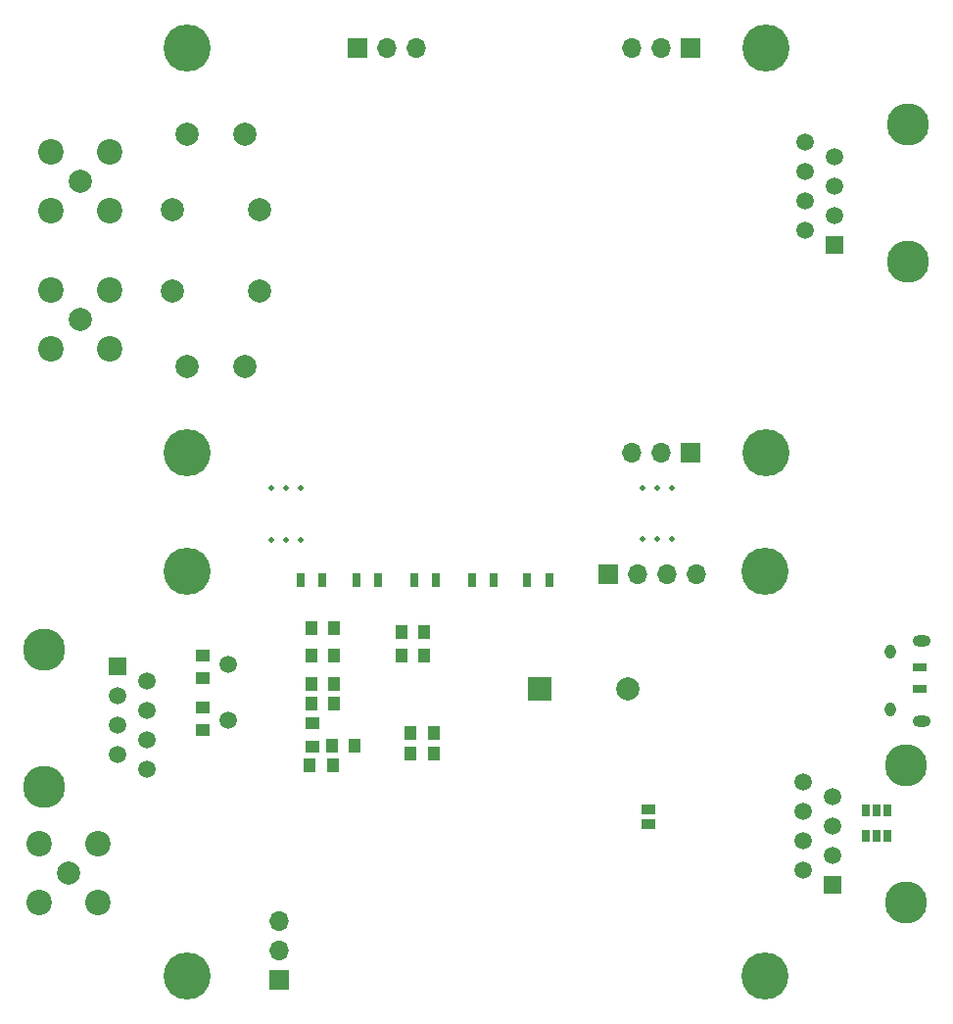
<source format=gbs>
G04 #@! TF.FileFunction,Soldermask,Bot*
%FSLAX46Y46*%
G04 Gerber Fmt 4.6, Leading zero omitted, Abs format (unit mm)*
G04 Created by KiCad (PCBNEW 4.0.7) date Wed Feb 14 18:29:33 2018*
%MOMM*%
%LPD*%
G01*
G04 APERTURE LIST*
%ADD10C,0.100000*%
%ADD11C,4.064000*%
%ADD12C,2.000000*%
%ADD13C,2.200000*%
%ADD14R,1.700000X1.700000*%
%ADD15O,1.700000X1.700000*%
%ADD16C,3.650000*%
%ADD17R,1.500000X1.500000*%
%ADD18C,1.500000*%
%ADD19R,2.000000X2.000000*%
%ADD20R,1.000000X1.250000*%
%ADD21R,1.250000X1.000000*%
%ADD22R,1.270000X0.970000*%
%ADD23R,1.300000X0.700000*%
%ADD24R,0.700000X1.300000*%
%ADD25R,0.650000X1.060000*%
%ADD26O,0.950000X1.250000*%
%ADD27O,1.550000X1.000000*%
%ADD28C,0.500000*%
G04 APERTURE END LIST*
D10*
D11*
X89809000Y-56642000D03*
X89809000Y-21642000D03*
X39809000Y-56642000D03*
D12*
X46059000Y-42642000D03*
X38559000Y-42642000D03*
X46059000Y-35642000D03*
X38559000Y-35642000D03*
D13*
X28019000Y-47682000D03*
X28019000Y-42602000D03*
X33099000Y-42602000D03*
X33099000Y-47682000D03*
D12*
X30559000Y-45142000D03*
D13*
X28019000Y-35682000D03*
X28019000Y-30602000D03*
X33099000Y-30602000D03*
X33099000Y-35682000D03*
D12*
X30559000Y-33142000D03*
D14*
X83309000Y-21642000D03*
D15*
X80769000Y-21642000D03*
X78229000Y-21642000D03*
D14*
X83309000Y-56642000D03*
D15*
X80769000Y-56642000D03*
X78229000Y-56642000D03*
D16*
X102159000Y-28262000D03*
X102159000Y-40132000D03*
D17*
X95809000Y-38642000D03*
D18*
X93269000Y-37372000D03*
X95809000Y-36102000D03*
X93269000Y-34832000D03*
X95809000Y-33562000D03*
X93269000Y-32292000D03*
X95809000Y-31022000D03*
X93269000Y-29752000D03*
D14*
X54559000Y-21642000D03*
D15*
X57099000Y-21642000D03*
X59639000Y-21642000D03*
D12*
X39809000Y-49142000D03*
X44809000Y-49142000D03*
X39809000Y-29142000D03*
X44809000Y-29142000D03*
D11*
X39809000Y-21642000D03*
X89778000Y-101838500D03*
X39778000Y-101838500D03*
X89778000Y-66838500D03*
D19*
X70278000Y-77038500D03*
D12*
X77878000Y-77038500D03*
D20*
X50528000Y-74113500D03*
X52528000Y-74113500D03*
X50528000Y-71813500D03*
X52528000Y-71813500D03*
X60328000Y-72113500D03*
X58328000Y-72113500D03*
X50528000Y-78313500D03*
X52528000Y-78313500D03*
X50528000Y-76613500D03*
X52528000Y-76613500D03*
X52428000Y-83613500D03*
X50428000Y-83613500D03*
X61128000Y-82638500D03*
X59128000Y-82638500D03*
X52328000Y-81913500D03*
X54328000Y-81913500D03*
X61128000Y-80863500D03*
X59128000Y-80863500D03*
X60328000Y-74113500D03*
X58328000Y-74113500D03*
D21*
X41128000Y-74113500D03*
X41128000Y-76113500D03*
X41128000Y-80613500D03*
X41128000Y-78613500D03*
X50628000Y-82013500D03*
X50628000Y-80013500D03*
D16*
X27428000Y-85468500D03*
X27428000Y-73598500D03*
D17*
X33778000Y-75088500D03*
D18*
X36318000Y-76358500D03*
X33778000Y-77628500D03*
X36318000Y-78898500D03*
X33778000Y-80168500D03*
X36318000Y-81438500D03*
X33778000Y-82708500D03*
X36318000Y-83978500D03*
D14*
X76178000Y-67138500D03*
D15*
X78718000Y-67138500D03*
X81258000Y-67138500D03*
X83798000Y-67138500D03*
D22*
X79728000Y-87398500D03*
X79728000Y-88678500D03*
D23*
X103178000Y-75138500D03*
X103178000Y-77038500D03*
D24*
X61328000Y-67638500D03*
X59428000Y-67638500D03*
X66328000Y-67638500D03*
X64428000Y-67638500D03*
X71128000Y-67638500D03*
X69228000Y-67638500D03*
X56328000Y-67638500D03*
X54428000Y-67638500D03*
X51528000Y-67638500D03*
X49628000Y-67638500D03*
D18*
X43378000Y-74863500D03*
X43378000Y-79743500D03*
D11*
X39778000Y-66838500D03*
D25*
X100378000Y-89738500D03*
X99428000Y-89738500D03*
X98478000Y-89738500D03*
X98478000Y-87538500D03*
X100378000Y-87538500D03*
X99428000Y-87538500D03*
D16*
X101917500Y-83600000D03*
X101917500Y-95470000D03*
D17*
X95567500Y-93980000D03*
D18*
X93027500Y-92710000D03*
X95567500Y-91440000D03*
X93027500Y-90170000D03*
X95567500Y-88900000D03*
X93027500Y-87630000D03*
X95567500Y-86360000D03*
X93027500Y-85090000D03*
D26*
X100628000Y-78838500D03*
X100628000Y-73838500D03*
D27*
X103328000Y-79838500D03*
X103328000Y-72838500D03*
D13*
X27038000Y-95478500D03*
X27038000Y-90398500D03*
X32118000Y-90398500D03*
X32118000Y-95478500D03*
D12*
X29578000Y-92938500D03*
D14*
X47758000Y-102158500D03*
D15*
X47758000Y-99618500D03*
X47758000Y-97078500D03*
D28*
X48387000Y-59626500D03*
X49657000Y-59626500D03*
X47117000Y-59626500D03*
X48387000Y-64135000D03*
X49657000Y-64135000D03*
X47117000Y-64135000D03*
X80454500Y-59626500D03*
X81724500Y-59626500D03*
X79184500Y-59626500D03*
X80454500Y-64071500D03*
X81724500Y-64071500D03*
X79184500Y-64071500D03*
M02*

</source>
